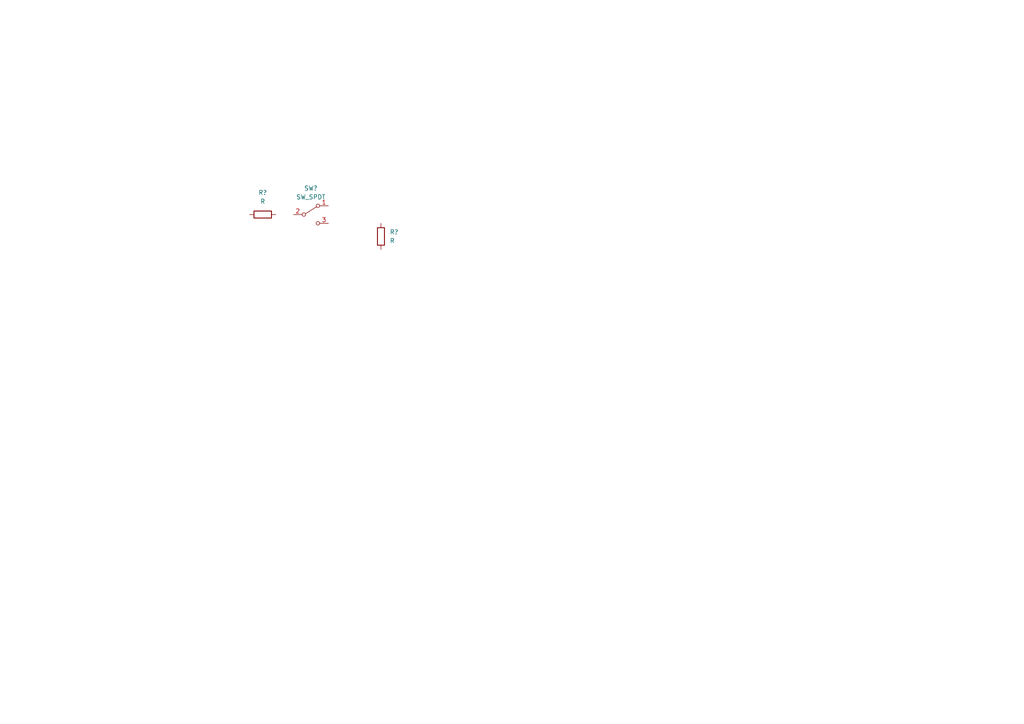
<source format=kicad_sch>
(kicad_sch (version 20211123) (generator eeschema)
  (paper "A4")
  (lib_symbols
    (symbol "Device:R" (pin_numbers hide) (pin_names (offset 0))
      (property "Reference" "R" (at 2.032 0 90))
      (property "Value" "R" (at 0 0 90))
      (symbol "R_0_1"
        (rectangle (start -1.016 -2.54) (end 1.016 2.54) (stroke (width 0.254)))
      )
      (symbol "R_1_1"
        (pin passive line (at 0 3.81 270) (length 1.27) (name "~") (number "1"))
        (pin passive line (at 0 -3.81 90) (length 1.27) (name "~") (number "2"))
      )
    )
    (symbol "Switch:SW_SPDT" (pin_names (offset 0) hide)
      (property "Reference" "SW" (at 0 4.318 0))
      (property "Value" "SW_SPDT" (at 0 -5.08 0))
      (symbol "SW_SPDT_0_0"
        (circle (center -2.032 0) (radius 0.508))
        (circle (center 2.032 -2.54) (radius 0.508))
      )
      (symbol "SW_SPDT_0_1"
        (polyline (pts (xy -1.524 0.254) (xy 1.651 2.286)))
        (circle (center 2.032 2.54) (radius 0.508))
      )
      (symbol "SW_SPDT_1_1"
        (pin passive line (at 5.08 2.54 180) (length 2.54) (name "A") (number "1"))
        (pin passive line (at -5.08 0 0) (length 2.54) (name "B") (number "2"))
        (pin passive line (at 5.08 -2.54 180) (length 2.54) (name "C") (number "3"))
      )
    )
  )
  (symbol (lib_id "Device:R") (at 110.49 68.58 180) (unit 1)
    (property "Reference" "R?" (at 113.03 67.3099 0) (effects (justify right)))
    (property "Value" "R" (at 113.03 69.8499 0) (effects (justify right)))
  )
  (symbol (lib_id "Switch:SW_SPDT") (at 90.17 62.23 0) (unit 1)
    (property "Reference" "SW?" (at 90.17 54.61 0))
    (property "Value" "SW_SPDT" (at 90.17 57.15 0))
  )
  (symbol (lib_id "Device:R") (at 76.2 62.23 90) (unit 1)
    (property "Reference" "R?" (at 76.2 55.88 90))
    (property "Value" "R" (at 76.2 58.42 90))
  )
)
</source>
